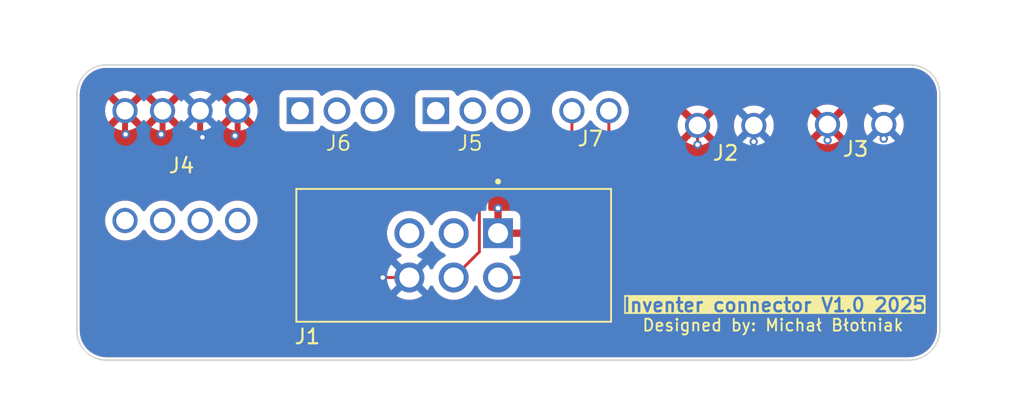
<source format=kicad_pcb>
(kicad_pcb (version 20241229) (generator "pcbnew") (generator_version "9.0")
  (title_block (rev "${REVISION}") (company "Author:") (comment 1 "Reviewer:"))
  (layers (0 "F.Cu" signal) (2 "B.Cu" signal) (13 "F.Paste" user) (15 "B.Paste" user) (5 "F.SilkS" user "F.Silkscreen") (7 "B.SilkS" user "B.Silkscreen") (1 "F.Mask" user) (3 "B.Mask" user) (25 "Edge.Cuts" user))
  (property "REVISION" "1.0")
  (net 0 "")
  (net 1 "GND")
  (net 3 "TEMP_M")
  (net 5 "TEMP_P")
  (net 6 "VCC")
  (footprint "footprint:CONN_1803277_PXC" (layer "F.Cu") (at 167.595 92.4313)
    (property "Reference" "J3" (at 1.9001 1.6687 0) (layer "F.SilkS"))
    (property "Value" "1803277")
    (pad "1" thru_hole circle (at 0 0) (size 1.7018 1.7018) (drill 1.1938) (layers "*.Cu" "*.Mask") (net 6 "VCC"))
    (pad "2" thru_hole circle (at 3.81 0) (size 1.7018 1.7018) (drill 1.1938) (layers "*.Cu" "*.Mask") (net 1 "GND"))
  )
  (footprint "footprint:CONN_1881448_PXC" (layer "F.Cu") (at 152.8 91.5)
    (property "Reference" "J7" (at -1.25 1.9 0) (layer "F.SilkS"))
    (property "Value" "1881448")
    (pad "1" thru_hole circle (at 0 0) (size 1.7018 1.7018) (drill 1.1938) (layers "*.Cu" "*.Mask") (net 3 "TEMP_M"))
    (pad "2" thru_hole circle (at -2.5 0) (size 1.7018 1.7018) (drill 1.1938) (layers "*.Cu" "*.Mask") (net 5 "TEMP_P"))
  )
  (footprint "harwin:HARWIN_M300-MV30645M1" (layer "F.Cu") (at 142.3 101.3)
    (property "Reference" "J1" (at -9.9 5.5 0) (layer "F.SilkS"))
    (property "Value" "M300-MV30645M1")
    (fp_line (start -10.65 -4.5) (end -10.65 4.5) (stroke (width 0.127)) (layer "F.SilkS"))
    (fp_line (start -10.65 -4.5) (end 10.65 -4.5) (stroke (width 0.127)) (layer "F.SilkS"))
    (fp_line (start 10.65 4.5) (end -10.65 4.5) (stroke (width 0.127)) (layer "F.SilkS"))
    (fp_line (start 10.65 4.5) (end 10.65 -4.5) (stroke (width 0.127)) (layer "F.SilkS"))
    (fp_circle (center 3 -5) (end 3.1 -5) (stroke (width 0.2)) (fill no) (layer "F.SilkS"))
    (pad "1" thru_hole rect (at 3 -1.5) (size 2.025 2.025) (drill 1.35) (layers "*.Cu" "*.Mask") (net 6 "VCC"))
    (pad "2" thru_hole circle (at 0 -1.5) (size 2.025 2.025) (drill 1.35) (layers "*.Cu" "*.Mask"))
    (pad "3" thru_hole circle (at -3 -1.5) (size 2.025 2.025) (drill 1.35) (layers "*.Cu" "*.Mask"))
    (pad "4" thru_hole circle (at 3 1.5) (size 2.025 2.025) (drill 1.35) (layers "*.Cu" "*.Mask") (net 3 "TEMP_M"))
    (pad "5" thru_hole circle (at 0 1.5) (size 2.025 2.025) (drill 1.35) (layers "*.Cu" "*.Mask") (net 5 "TEMP_P"))
    (pad "6" thru_hole circle (at -3 1.5) (size 2.025 2.025) (drill 1.35) (layers "*.Cu" "*.Mask") (net 1 "GND"))
  )
  (footprint "footprint:1881451" (layer "F.Cu") (at 131.9 91.5)
    (property "Reference" "J6" (at 2.6 2.2 0) (layer "F.SilkS") (effects (font (thickness 0.125))))
    (property "Value" "1881451" (hide yes))
    (pad "1" thru_hole rect (at 0 0) (size 1.8 1.8) (drill 1.2) (layers "*.Cu" "*.Mask"))
    (pad "2" thru_hole circle (at 2.5 0) (size 1.8 1.8) (drill 1.2) (layers "*.Cu" "*.Mask"))
    (pad "3" thru_hole circle (at 5 0) (size 1.8 1.8) (drill 1.2) (layers "*.Cu" "*.Mask"))
  )
  (footprint "footprint:1881451" (layer "F.Cu") (at 141.09 91.5)
    (property "Reference" "J5" (at 2.31 2.2 0) (layer "F.SilkS") (effects (font (thickness 0.125))))
    (property "Value" "1881451" (hide yes))
    (pad "1" thru_hole rect (at 0 0) (size 1.8 1.8) (drill 1.2) (layers "*.Cu" "*.Mask"))
    (pad "2" thru_hole circle (at 2.5 0) (size 1.8 1.8) (drill 1.2) (layers "*.Cu" "*.Mask"))
    (pad "3" thru_hole circle (at 5 0) (size 1.8 1.8) (drill 1.2) (layers "*.Cu" "*.Mask"))
  )
  (footprint "footprint:CONN_1803277_PXC" (layer "F.Cu") (at 158.8 92.5)
    (property "Reference" "J2" (at 1.9001 1.8687 0) (layer "F.SilkS"))
    (property "Value" "1803277")
    (pad "1" thru_hole circle (at 0 0) (size 1.7018 1.7018) (drill 1.1938) (layers "*.Cu" "*.Mask") (net 6 "VCC"))
    (pad "2" thru_hole circle (at 3.81 0) (size 1.7018 1.7018) (drill 1.1938) (layers "*.Cu" "*.Mask") (net 1 "GND"))
  )
  (footprint "footprint:CONN8_1894820_PXC" (layer "F.Cu") (at 120.06 91.5)
    (property "Reference" "J4" (at 3.82 3.72 0) (layer "F.SilkS"))
    (property "Value" "1894820")
    (pad "1" thru_hole circle (at 0 0) (size 1.7018 1.7018) (drill 1.1938) (layers "*.Cu" "*.Mask") (net 6 "VCC"))
    (pad "2" thru_hole circle (at 2.54 0) (size 1.7018 1.7018) (drill 1.1938) (layers "*.Cu" "*.Mask") (net 6 "VCC"))
    (pad "3" thru_hole circle (at 5.08 0) (size 1.7018 1.7018) (drill 1.1938) (layers "*.Cu" "*.Mask") (net 1 "GND"))
    (pad "4" thru_hole circle (at 7.62 0) (size 1.7018 1.7018) (drill 1.1938) (layers "*.Cu" "*.Mask") (net 6 "VCC"))
    (pad "5" thru_hole circle (at 0 7.44) (size 1.7018 1.7018) (drill 1.1938) (layers "*.Cu" "*.Mask"))
    (pad "6" thru_hole circle (at 2.54 7.44) (size 1.7018 1.7018) (drill 1.1938) (layers "*.Cu" "*.Mask"))
    (pad "7" thru_hole circle (at 5.08 7.44) (size 1.7018 1.7018) (drill 1.1938) (layers "*.Cu" "*.Mask"))
    (pad "8" thru_hole circle (at 7.62 7.44) (size 1.7018 1.7018) (drill 1.1938) (layers "*.Cu" "*.Mask"))
  )
  (gr_arc (start 118.8 108.4) (mid 117.385786 107.814214) (end 116.8 106.4) (stroke (width 0.1)) (layer "Edge.Cuts"))
  (gr_arc (start 175.2 106.3) (mid 174.584924 107.784924) (end 173.1 108.4) (stroke (width 0.1)) (layer "Edge.Cuts"))
  (gr_line (start 173.1 108.4) (end 118.8 108.4) (stroke (width 0.1)) (layer "Edge.Cuts"))
  (gr_arc (start 116.8 90.4) (mid 117.385786 88.985786) (end 118.8 88.4) (stroke (width 0.1)) (layer "Edge.Cuts"))
  (gr_line (start 118.8 88.4) (end 173.2 88.4) (stroke (width 0.1)) (layer "Edge.Cuts"))
  (gr_arc (start 173.2 88.4) (mid 174.614214 88.985786) (end 175.2 90.4) (stroke (width 0.1)) (layer "Edge.Cuts"))
  (gr_line (start 175.2 90.407107) (end 175.2 106.3) (stroke (width 0.1)) (layer "Edge.Cuts"))
  (gr_line (start 116.8 90.4) (end 116.8 106.4) (stroke (width 0.1)) (layer "Edge.Cuts"))
  (gr_text "Inventer connector V1.0 2025" (at 153.7 105.2 0) (layer "F.SilkS" knockout) (effects (font (size 0.9 0.9) (thickness 0.175) (bold yes)) (justify left bottom)))
  (gr_text "Designed by: Michał Błotniak\n" (at 155 106.5 0) (layer "F.SilkS") (effects (font (size 0.8 0.8) (thickness 0.125) (bold yes)) (justify left bottom)))
  (segment (start 162.61 92.5) (end 162.61 93.59) (width 0.2) (layer "F.Cu") (net 1))
  (segment (start 125.14 91.5) (end 125.14 93.14) (width 0.4) (layer "F.Cu") (net 1))
  (segment (start 139.3 102.8) (end 137.5 102.8) (width 0.2) (layer "F.Cu") (net 1))
  (segment (start 171.405 92.4313) (end 171.405 93.395) (width 0.2) (layer "F.Cu") (net 1))
  (segment (start 162.61 93.59) (end 162.6 93.6) (width 0.2) (layer "F.Cu") (net 1))
  (segment (start 125.14 93.14) (end 125.3 93.3) (width 0.4) (layer "F.Cu") (net 1))
  (segment (start 171.405 93.395) (end 171.4 93.4) (width 0.2) (layer "F.Cu") (net 1))
  (via (at 125.3 93.3) (size 0.56) (drill 0.3) (layers "F.Cu" "B.Cu") (net 1))
  (via (at 137.5 102.8) (size 0.56) (drill 0.3) (layers "F.Cu" "B.Cu") (net 1))
  (via (at 162.6 93.6) (size 0.56) (drill 0.3) (layers "F.Cu" "B.Cu") (net 1))
  (via (at 171.4 93.4) (size 0.56) (drill 0.3) (layers "F.Cu" "B.Cu") (net 1))
  (segment (start 145.3 102.8) (end 149.3 102.8) (width 0.2) (layer "F.Cu") (net 3))
  (segment (start 149.3 102.8) (end 152.8 99.3) (width 0.2) (layer "F.Cu") (net 3))
  (segment (start 152.8 99.3) (end 152.8 91.5) (width 0.2) (layer "F.Cu") (net 3))
  (segment (start 144.0365 96.1635) (end 146.1 94.1) (width 0.2) (layer "F.Cu") (net 5))
  (segment (start 150.3 93.8) (end 150 94.1) (width 0.2) (layer "F.Cu") (net 5))
  (segment (start 150.3 93.8) (end 150.3 91.5) (width 0.2) (layer "F.Cu") (net 5))
  (segment (start 142.3 102.8) (end 144.0365 101.0635) (width 0.2) (layer "F.Cu") (net 5))
  (segment (start 144.0365 101.0635) (end 144.0365 96.1635) (width 0.2) (layer "F.Cu") (net 5))
  (segment (start 150 94.1) (end 146.1 94.1) (width 0.2) (layer "F.Cu") (net 5))
  (segment (start 120.06 93.06) (end 120.1 93.1) (width 0.4) (layer "F.Cu") (net 6))
  (segment (start 158.8 92.5) (end 158.8 93.8) (width 0.2) (layer "F.Cu") (net 6))
  (segment (start 145.3 99.8) (end 145.3 98.1) (width 0.2) (layer "F.Cu") (net 6))
  (segment (start 122.6 91.5) (end 122.6 93) (width 0.4) (layer "F.Cu") (net 6))
  (segment (start 167.595 92.4313) (end 167.595 93.495) (width 0.2) (layer "F.Cu") (net 6))
  (segment (start 127.8 91.6) (end 127.68 91.72) (width 0.4) (layer "F.Cu") (net 6))
  (segment (start 120.06 91.5) (end 120.06 93.06) (width 0.4) (layer "F.Cu") (net 6))
  (segment (start 127.68 91.5) (end 127.68 93.02) (width 0.4) (layer "F.Cu") (net 6))
  (segment (start 127.68 93.02) (end 127.5 93.2) (width 0.4) (layer "F.Cu") (net 6))
  (segment (start 167.595 93.495) (end 167.6 93.5) (width 0.2) (layer "F.Cu") (net 6))
  (segment (start 122.6 93) (end 122.5 93.1) (width 0.4) (layer "F.Cu") (net 6))
  (via (at 122.5 93.1) (size 0.56) (drill 0.3) (layers "F.Cu" "B.Cu") (net 6))
  (via (at 127.5 93.2) (size 0.56) (drill 0.3) (layers "F.Cu" "B.Cu") (net 6))
  (via (at 158.8 93.8) (size 0.56) (drill 0.3) (layers "F.Cu" "B.Cu") (net 6))
  (via (at 120.1 93.1) (size 0.56) (drill 0.3) (layers "F.Cu" "B.Cu") (net 6))
  (via (at 145.3 98.1) (size 0.56) (drill 0.3) (layers "F.Cu" "B.Cu") (net 6))
  (via (at 167.6 93.5) (size 0.56) (drill 0.3) (layers "F.Cu" "B.Cu") (net 6))
  (zone (net 6) (net_name "VCC") (layer "F.Cu") (connect_pads (clearance 0.5)) (min_thickness 0.25) (fill yes (thermal_gap 0.5) (thermal_bridge_width 0.5))
    (polygon (pts (xy 114.1 86.6) (xy 178.3 86.5) (xy 179 109.7) (xy 114 109.8)))
  )
  (zone (net 1) (net_name "GND") (layer "B.Cu") (connect_pads (clearance 0.5)) (min_thickness 0.25) (fill yes (thermal_gap 0.5) (thermal_bridge_width 0.5))
    (polygon (pts (xy 111.6 84) (xy 180.8 85) (xy 180.9 111.8) (xy 112.2 111.8)))
  )
)
</source>
